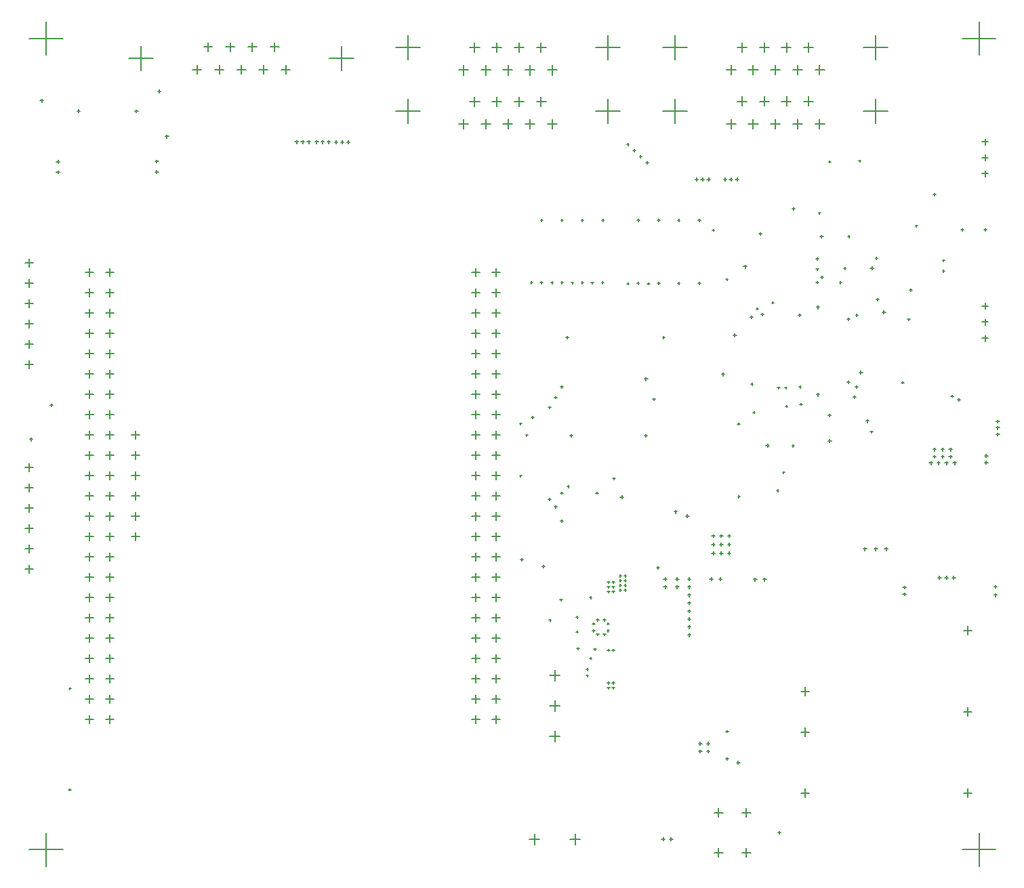
<source format=gbr>
%FSTAX23Y23*%
%MOIN*%
%SFA1B1*%

%IPPOS*%
%ADD94C,0.005000*%
%LNhardwarecontrollerpcb_drillmap_1-1*%
%LPD*%
G54D94*
X04746Y02816D02*
X04776D01*
X04761Y02801D02*
Y02831D01*
X04746Y02738D02*
X04776D01*
X04761Y02723D02*
Y02753D01*
X04746Y02659D02*
X04776D01*
X04761Y02644D02*
Y02674D01*
X04746Y03625D02*
X04776D01*
X04761Y0361D02*
Y0364D01*
X04746Y03547D02*
X04776D01*
X04761Y03532D02*
Y03562D01*
X04746Y03468D02*
X04776D01*
X04761Y03453D02*
Y03483D01*
X0416Y03775D02*
X0428D01*
X0422Y03715D02*
Y03835D01*
X0416Y0409D02*
X0428D01*
X0422Y0403D02*
Y0415D01*
X03176Y03775D02*
X03296D01*
X03236Y03715D02*
Y03835D01*
X03176Y0409D02*
X03296D01*
X03236Y0403D02*
Y0415D01*
X03868Y0409D02*
X03915D01*
X03892Y04067D02*
Y04114D01*
X03759Y0409D02*
X03806D01*
X03783Y04067D02*
Y04114D01*
X0365Y0409D02*
X03697D01*
X03674Y04067D02*
Y04114D01*
X03541Y0409D02*
X03588D01*
X03565Y04067D02*
Y04114D01*
X03923Y03978D02*
X0397D01*
X03946Y03955D02*
Y04002D01*
X03814Y03978D02*
X03861D01*
X03837Y03955D02*
Y04002D01*
X03705Y03978D02*
X03752D01*
X03728Y03955D02*
Y04002D01*
X03596Y03978D02*
X03643D01*
X03619Y03955D02*
Y04002D01*
X03487Y03978D02*
X03534D01*
X0351Y03955D02*
Y04002D01*
X03487Y03712D02*
X03534D01*
X0351Y03689D02*
Y03736D01*
X03596Y03712D02*
X03643D01*
X03619Y03689D02*
Y03736D01*
X03705Y03712D02*
X03752D01*
X03728Y03689D02*
Y03736D01*
X03814Y03712D02*
X03861D01*
X03837Y03689D02*
Y03736D01*
X03923Y03712D02*
X0397D01*
X03946Y03689D02*
Y03736D01*
X03541Y03824D02*
X03588D01*
X03565Y03801D02*
Y03848D01*
X0365Y03824D02*
X03697D01*
X03674Y03801D02*
Y03848D01*
X03759Y03824D02*
X03806D01*
X03783Y03801D02*
Y03848D01*
X03868Y03824D02*
X03915D01*
X03892Y03801D02*
Y03848D01*
X04655Y0042D02*
X04696D01*
X04675Y00399D02*
Y00441D01*
X04655Y0082D02*
X04696D01*
X04675Y00799D02*
Y00841D01*
X04655Y0122D02*
X04696D01*
X04675Y01199D02*
Y01241D01*
X03855Y0042D02*
X03896D01*
X03875Y00399D02*
Y00441D01*
X03855Y0072D02*
X03896D01*
X03875Y00699D02*
Y00741D01*
X03855Y0092D02*
X03896D01*
X03875Y00899D02*
Y00941D01*
X02235Y00781D02*
X02275D01*
X02255Y00761D02*
Y00801D01*
X02335Y00781D02*
X02375D01*
X02355Y00761D02*
Y00801D01*
X02235Y00881D02*
X02275D01*
X02255Y00861D02*
Y00901D01*
X02335Y00881D02*
X02375D01*
X02355Y00861D02*
Y00901D01*
X02235Y00981D02*
X02275D01*
X02255Y00961D02*
Y01001D01*
X02335Y00981D02*
X02375D01*
X02355Y00961D02*
Y01001D01*
X02235Y01081D02*
X02275D01*
X02255Y01061D02*
Y01101D01*
X02335Y01081D02*
X02375D01*
X02355Y01061D02*
Y01101D01*
X02235Y01181D02*
X02275D01*
X02255Y01161D02*
Y01201D01*
X02335Y01181D02*
X02375D01*
X02355Y01161D02*
Y01201D01*
X02235Y01281D02*
X02275D01*
X02255Y01261D02*
Y01301D01*
X02335Y01281D02*
X02375D01*
X02355Y01261D02*
Y01301D01*
X02235Y01381D02*
X02275D01*
X02255Y01361D02*
Y01401D01*
X02335Y01381D02*
X02375D01*
X02355Y01361D02*
Y01401D01*
X02235Y01481D02*
X02275D01*
X02255Y01461D02*
Y01501D01*
X02335Y01481D02*
X02375D01*
X02355Y01461D02*
Y01501D01*
X02235Y01581D02*
X02275D01*
X02255Y01561D02*
Y01601D01*
X02335Y01581D02*
X02375D01*
X02355Y01561D02*
Y01601D01*
X02235Y01681D02*
X02275D01*
X02255Y01661D02*
Y01701D01*
X02335Y01681D02*
X02375D01*
X02355Y01661D02*
Y01701D01*
X02235Y01781D02*
X02275D01*
X02255Y01761D02*
Y01801D01*
X02335Y01781D02*
X02375D01*
X02355Y01761D02*
Y01801D01*
X02235Y01881D02*
X02275D01*
X02255Y01861D02*
Y01901D01*
X02335Y01881D02*
X02375D01*
X02355Y01861D02*
Y01901D01*
X02235Y01981D02*
X02275D01*
X02255Y01961D02*
Y02001D01*
X02335Y01981D02*
X02375D01*
X02355Y01961D02*
Y02001D01*
X02235Y02081D02*
X02275D01*
X02255Y02061D02*
Y02101D01*
X02335Y02081D02*
X02375D01*
X02355Y02061D02*
Y02101D01*
X02235Y02181D02*
X02275D01*
X02255Y02161D02*
Y02201D01*
X02335Y02181D02*
X02375D01*
X02355Y02161D02*
Y02201D01*
X02235Y02281D02*
X02275D01*
X02255Y02261D02*
Y02301D01*
X02335Y02281D02*
X02375D01*
X02355Y02261D02*
Y02301D01*
X02235Y02381D02*
X02275D01*
X02255Y02361D02*
Y02401D01*
X02335Y02381D02*
X02375D01*
X02355Y02361D02*
Y02401D01*
X02235Y02481D02*
X02275D01*
X02255Y02461D02*
Y02501D01*
X02335Y02481D02*
X02375D01*
X02355Y02461D02*
Y02501D01*
X02235Y02581D02*
X02275D01*
X02255Y02561D02*
Y02601D01*
X02335Y02581D02*
X02375D01*
X02355Y02561D02*
Y02601D01*
X02235Y02681D02*
X02275D01*
X02255Y02661D02*
Y02701D01*
X02335Y02681D02*
X02375D01*
X02355Y02661D02*
Y02701D01*
X02235Y02781D02*
X02275D01*
X02255Y02761D02*
Y02801D01*
X02335Y02781D02*
X02375D01*
X02355Y02761D02*
Y02801D01*
X02235Y02881D02*
X02275D01*
X02255Y02861D02*
Y02901D01*
X02335Y02881D02*
X02375D01*
X02355Y02861D02*
Y02901D01*
X02235Y02981D02*
X02275D01*
X02255Y02961D02*
Y03001D01*
X02335Y02981D02*
X02375D01*
X02355Y02961D02*
Y03001D01*
X00335Y00781D02*
X00375D01*
X00355Y00761D02*
Y00801D01*
X00435Y00781D02*
X00475D01*
X00455Y00761D02*
Y00801D01*
X00335Y00881D02*
X00375D01*
X00355Y00861D02*
Y00901D01*
X00435Y00881D02*
X00475D01*
X00455Y00861D02*
Y00901D01*
X00335Y00981D02*
X00375D01*
X00355Y00961D02*
Y01001D01*
X00435Y00981D02*
X00475D01*
X00455Y00961D02*
Y01001D01*
X00335Y01081D02*
X00375D01*
X00355Y01061D02*
Y01101D01*
X00435Y01081D02*
X00475D01*
X00455Y01061D02*
Y01101D01*
X00335Y01181D02*
X00375D01*
X00355Y01161D02*
Y01201D01*
X00435Y01181D02*
X00475D01*
X00455Y01161D02*
Y01201D01*
X00335Y01281D02*
X00375D01*
X00355Y01261D02*
Y01301D01*
X00435Y01281D02*
X00475D01*
X00455Y01261D02*
Y01301D01*
X00335Y01381D02*
X00375D01*
X00355Y01361D02*
Y01401D01*
X00435Y01381D02*
X00475D01*
X00455Y01361D02*
Y01401D01*
X00335Y01481D02*
X00375D01*
X00355Y01461D02*
Y01501D01*
X00435Y01481D02*
X00475D01*
X00455Y01461D02*
Y01501D01*
X00335Y01581D02*
X00375D01*
X00355Y01561D02*
Y01601D01*
X00435Y01581D02*
X00475D01*
X00455Y01561D02*
Y01601D01*
X00335Y01681D02*
X00375D01*
X00355Y01661D02*
Y01701D01*
X00435Y01681D02*
X00475D01*
X00455Y01661D02*
Y01701D01*
X00335Y01781D02*
X00375D01*
X00355Y01761D02*
Y01801D01*
X00435Y01781D02*
X00475D01*
X00455Y01761D02*
Y01801D01*
X00335Y01881D02*
X00375D01*
X00355Y01861D02*
Y01901D01*
X00435Y01881D02*
X00475D01*
X00455Y01861D02*
Y01901D01*
X00335Y01981D02*
X00375D01*
X00355Y01961D02*
Y02001D01*
X00435Y01981D02*
X00475D01*
X00455Y01961D02*
Y02001D01*
X00335Y02081D02*
X00375D01*
X00355Y02061D02*
Y02101D01*
X00435Y02081D02*
X00475D01*
X00455Y02061D02*
Y02101D01*
X00335Y02181D02*
X00375D01*
X00355Y02161D02*
Y02201D01*
X00435Y02181D02*
X00475D01*
X00455Y02161D02*
Y02201D01*
X00335Y02281D02*
X00375D01*
X00355Y02261D02*
Y02301D01*
X00435Y02281D02*
X00475D01*
X00455Y02261D02*
Y02301D01*
X00335Y02381D02*
X00375D01*
X00355Y02361D02*
Y02401D01*
X00435Y02381D02*
X00475D01*
X00455Y02361D02*
Y02401D01*
X00335Y02481D02*
X00375D01*
X00355Y02461D02*
Y02501D01*
X00435Y02481D02*
X00475D01*
X00455Y02461D02*
Y02501D01*
X00335Y02581D02*
X00375D01*
X00355Y02561D02*
Y02601D01*
X00435Y02581D02*
X00475D01*
X00455Y02561D02*
Y02601D01*
X00335Y02681D02*
X00375D01*
X00355Y02661D02*
Y02701D01*
X00435Y02681D02*
X00475D01*
X00455Y02661D02*
Y02701D01*
X00335Y02781D02*
X00375D01*
X00355Y02761D02*
Y02801D01*
X00435Y02781D02*
X00475D01*
X00455Y02761D02*
Y02801D01*
X00335Y02881D02*
X00375D01*
X00355Y02861D02*
Y02901D01*
X00435Y02881D02*
X00475D01*
X00455Y02861D02*
Y02901D01*
X00335Y02981D02*
X00375D01*
X00355Y02961D02*
Y03001D01*
X00435Y02981D02*
X00475D01*
X00455Y02961D02*
Y03001D01*
X0056Y01681D02*
X006D01*
X0058Y01661D02*
Y01701D01*
X0056Y01781D02*
X006D01*
X0058Y01761D02*
Y01801D01*
X0056Y01881D02*
X006D01*
X0058Y01861D02*
Y01901D01*
X0056Y01981D02*
X006D01*
X0058Y01961D02*
Y02001D01*
X0056Y02081D02*
X006D01*
X0058Y02061D02*
Y02101D01*
X0056Y02181D02*
X006D01*
X0058Y02161D02*
Y02201D01*
X02517Y00192D02*
X02568D01*
X02543Y00167D02*
Y00218D01*
X02718Y00192D02*
X02769D01*
X02744Y00167D02*
Y00218D01*
X02618Y007D02*
X02669D01*
X02643Y00674D02*
Y00725D01*
X02618Y0085D02*
X02669D01*
X02643Y00824D02*
Y00875D01*
X02618Y01D02*
X02669D01*
X02643Y00974D02*
Y01025D01*
X00037Y02528D02*
X00077D01*
X00057Y02508D02*
Y02548D01*
X00037Y02628D02*
X00077D01*
X00057Y02608D02*
Y02648D01*
X00037Y02728D02*
X00077D01*
X00057Y02708D02*
Y02748D01*
X00037Y02828D02*
X00077D01*
X00057Y02808D02*
Y02848D01*
X00037Y02928D02*
X00077D01*
X00057Y02908D02*
Y02948D01*
X00037Y03028D02*
X00077D01*
X00057Y03008D02*
Y03048D01*
X00037Y02023D02*
X00077D01*
X00057Y02003D02*
Y02043D01*
X00037Y01923D02*
X00077D01*
X00057Y01903D02*
Y01943D01*
X00037Y01823D02*
X00077D01*
X00057Y01803D02*
Y01843D01*
X00037Y01623D02*
X00077D01*
X00057Y01603D02*
Y01643D01*
X00037Y01523D02*
X00077D01*
X00057Y01503D02*
Y01543D01*
X00037Y01723D02*
X00077D01*
X00057Y01703D02*
Y01743D01*
X03427Y00127D02*
X0347D01*
X03449Y00106D02*
Y00149D01*
X03565Y00127D02*
X03608D01*
X03586Y00106D02*
Y00149D01*
X03427Y00324D02*
X0347D01*
X03449Y00303D02*
Y00346D01*
X03565Y00324D02*
X03608D01*
X03586Y00303D02*
Y00346D01*
X02553Y03824D02*
X026D01*
X02576Y038D02*
Y03847D01*
X02444Y03824D02*
X02491D01*
X02467Y038D02*
Y03847D01*
X02335Y03824D02*
X02382D01*
X02358Y038D02*
Y03847D01*
X02226Y03824D02*
X02273D01*
X02249Y038D02*
Y03847D01*
X02607Y03712D02*
X02654D01*
X02631Y03688D02*
Y03735D01*
X02498Y03712D02*
X02545D01*
X02522Y03688D02*
Y03735D01*
X02389Y03712D02*
X02436D01*
X02413Y03688D02*
Y03735D01*
X0228Y03712D02*
X02327D01*
X02304Y03688D02*
Y03735D01*
X02171Y03712D02*
X02218D01*
X02195Y03688D02*
Y03735D01*
X02171Y03978D02*
X02218D01*
X02195Y03954D02*
Y04001D01*
X0228Y03978D02*
X02327D01*
X02304Y03954D02*
Y04001D01*
X02389Y03978D02*
X02436D01*
X02413Y03954D02*
Y04001D01*
X02498Y03978D02*
X02545D01*
X02522Y03954D02*
Y04001D01*
X02607Y03978D02*
X02654D01*
X02631Y03954D02*
Y04001D01*
X02226Y0409D02*
X02273D01*
X02249Y04066D02*
Y04113D01*
X02335Y0409D02*
X02382D01*
X02358Y04066D02*
Y04113D01*
X02444Y0409D02*
X02491D01*
X02467Y04066D02*
Y04113D01*
X02553Y0409D02*
X026D01*
X02576Y04066D02*
Y04113D01*
X01861Y0409D02*
X01981D01*
X01921Y0403D02*
Y0415D01*
X01861Y03775D02*
X01981D01*
X01921Y03715D02*
Y03835D01*
X02845Y0409D02*
X02965D01*
X02905Y0403D02*
Y0415D01*
X02845Y03775D02*
X02965D01*
X02905Y03715D02*
Y03835D01*
X00862Y03979D02*
X00905D01*
X00883Y03958D02*
Y04001D01*
X00971Y03979D02*
X01014D01*
X00993Y03958D02*
Y04001D01*
X0108Y03979D02*
X01123D01*
X01102Y03958D02*
Y04001D01*
X01189Y03979D02*
X01232D01*
X01211Y03958D02*
Y04001D01*
X01298Y03979D02*
X01341D01*
X0132Y03958D02*
Y04001D01*
X00917Y04091D02*
X00959D01*
X00938Y0407D02*
Y04113D01*
X01026Y04091D02*
X01068D01*
X01047Y0407D02*
Y04113D01*
X01135Y04091D02*
X01178D01*
X01156Y0407D02*
Y04113D01*
X01244Y04091D02*
X01287D01*
X01265Y0407D02*
Y04113D01*
X01534Y04035D02*
X01654D01*
X01594Y03975D02*
Y04095D01*
X00549Y04035D02*
X00669D01*
X00609Y03975D02*
Y04095D01*
X04647Y00141D02*
X04812D01*
X0473Y00059D02*
Y00224D01*
X04647Y04133D02*
X04812D01*
X0473Y04051D02*
Y04216D01*
X00059Y04133D02*
X00224D01*
X00141Y04051D02*
Y04216D01*
X00059Y00141D02*
X00224D01*
X00141Y00059D02*
Y00224D01*
X00061Y02161D02*
X00076D01*
X00068Y02153D02*
Y02169D01*
X03092Y03523D02*
X03104D01*
X03098Y03517D02*
Y03529D01*
X03061Y03553D02*
X03072D01*
X03066Y03547D02*
Y03559D01*
X03029Y03582D02*
X03041D01*
X03035Y03576D02*
Y03588D01*
X02998Y03612D02*
X03009D01*
X03003Y03606D02*
Y03618D01*
X02698Y02663D02*
X0271D01*
X02704Y02657D02*
Y02669D01*
X02848Y01201D02*
X0286D01*
X02854Y01195D02*
Y01207D01*
X02829Y0122D02*
X02841D01*
X02835Y01214D02*
Y01226D01*
X02848Y01272D02*
X0286D01*
X02854Y01266D02*
Y01278D01*
X02881Y01201D02*
X02893D01*
X02887Y01195D02*
Y01207D01*
X029Y0122D02*
X02912D01*
X02906Y01214D02*
Y01226D01*
X029Y01254D02*
X02912D01*
X02906Y01248D02*
Y0126D01*
X02881Y01272D02*
X02893D01*
X02887Y01266D02*
Y01278D01*
X02829Y01254D02*
X02841D01*
X02835Y01248D02*
Y0126D01*
X04265Y01622D02*
X04281D01*
X04273Y01614D02*
Y01629D01*
X04214Y01622D02*
X0423D01*
X04222Y01614D02*
Y01629D01*
X04161Y01622D02*
X04177D01*
X04169Y01614D02*
Y01629D01*
X02671Y01759D02*
X02683D01*
X02677Y01753D02*
Y01765D01*
X03047Y02929D02*
X03059D01*
X03053Y02923D02*
Y02935D01*
X03098Y02927D02*
X0311D01*
X03104Y02921D02*
Y02933D01*
X02998Y02927D02*
X03009D01*
X03003Y02921D02*
Y02933D01*
X02724Y02931D02*
X02736D01*
X0273Y02925D02*
Y02937D01*
X02822Y02931D02*
X02834D01*
X02828Y02925D02*
Y02937D01*
X00253Y00935D02*
X00265D01*
X00259Y00929D02*
Y0094D01*
X00251Y00437D02*
X00263D01*
X00257Y00431D02*
Y00442D01*
X03486Y00724D02*
X03498D01*
X03492Y00718D02*
Y0073D01*
X03537Y0057D02*
X03553D01*
X03545Y00562D02*
Y00578D01*
X00112Y03828D02*
X00127D01*
X0012Y0382D02*
Y03836D01*
X00161Y0233D02*
X00173D01*
X00167Y02324D02*
Y02336D01*
X04625Y02356D02*
X04637D01*
X04631Y0235D02*
Y02362D01*
X04592Y02374D02*
X04604D01*
X04598Y02368D02*
Y02379D01*
X03464Y02481D02*
X03479D01*
X03472Y02474D02*
Y02489D01*
X04196Y02198D02*
X04208D01*
X04202Y02192D02*
Y02204D01*
X04173Y02251D02*
X04188D01*
X04181Y02244D02*
Y02259D01*
X03543Y01879D02*
X03555D01*
X03549Y01874D02*
Y01885D01*
X03734Y01909D02*
X03746D01*
X0374Y01903D02*
Y01915D01*
X04111Y02369D02*
X04123D01*
X04117Y02363D02*
Y02375D01*
X04141Y0249D02*
X04157D01*
X04149Y02482D02*
Y02498D01*
X04755Y03192D02*
X04767D01*
X04761Y03187D02*
Y03198D01*
X04254Y02787D02*
X0427D01*
X04262Y02779D02*
Y02795D01*
X03763Y01998D02*
X03775D01*
X03769Y01992D02*
Y02003D01*
X03542Y02237D02*
X03554D01*
X03548Y02231D02*
Y02243D01*
X04122Y02419D02*
X04133D01*
X04127Y02413D02*
Y02425D01*
X04348Y0244D02*
X0436D01*
X04354Y02435D02*
Y02446D01*
X0247Y02238D02*
X02482D01*
X02476Y02232D02*
Y02244D01*
X025Y02181D02*
X02511D01*
X02505Y02175D02*
Y02187D01*
X02529Y02269D02*
X02541D01*
X02535Y02263D02*
Y02275D01*
X03521Y02673D02*
X03537D01*
X03529Y02665D02*
Y02681D01*
X02641Y02367D02*
X02653D01*
X02647Y02361D02*
Y02373D01*
X02641Y0183D02*
X02653D01*
X02647Y01824D02*
Y01836D01*
X02612Y02318D02*
X02624D01*
X02618Y02312D02*
Y02324D01*
X02612Y01866D02*
X02624D01*
X02618Y0186D02*
Y01872D01*
X02671Y02419D02*
X02683D01*
X02677Y02413D02*
Y02425D01*
X02582Y01535D02*
X02594D01*
X02588Y01529D02*
Y01541D01*
X02476Y0157D02*
X02488D01*
X02482Y01564D02*
Y01576D01*
X04602Y02045D02*
X04618D01*
X0461Y02037D02*
Y02053D01*
X04379Y02751D02*
X04391D01*
X04385Y02746D02*
Y02757D01*
X04226Y0285D02*
X04238D01*
X04232Y02844D02*
Y02856D01*
X04543Y02112D02*
X04559D01*
X04551Y02104D02*
Y0212D01*
X04503Y02112D02*
X04519D01*
X04511Y02104D02*
Y0212D01*
X0247Y01981D02*
X02482D01*
X02476Y01975D02*
Y01987D01*
X04389Y02895D02*
X04401D01*
X04395Y02889D02*
Y02901D01*
X04503Y02076D02*
X04519D01*
X04511Y02068D02*
Y02084D01*
X03149Y0293D02*
X0316D01*
X03155Y02924D02*
Y02936D01*
X03048Y03239D02*
X0306D01*
X03054Y03233D02*
Y03245D01*
X03148Y03239D02*
X0316D01*
X03154Y03233D02*
Y03245D01*
X04641Y03192D02*
X04653D01*
X04647Y03187D02*
Y03198D01*
X03607Y02432D02*
X03619D01*
X03613Y02426D02*
Y02438D01*
X04814Y02187D02*
X0483D01*
X04822Y02179D02*
Y02194D01*
X04814Y02218D02*
X0483D01*
X04822Y0221D02*
Y02226D01*
X04814Y0225D02*
X0483D01*
X04822Y02242D02*
Y02257D01*
X02704Y01929D02*
X02716D01*
X0271Y01923D02*
Y01935D01*
X03125Y02358D02*
X03137D01*
X03131Y02352D02*
Y02364D01*
X03777Y02324D02*
X03788D01*
X03783Y02318D02*
Y0233D01*
X03739Y02415D02*
X03751D01*
X03745Y02409D02*
Y0242D01*
X03775Y02415D02*
X03786D01*
X03781Y02409D02*
Y0242D01*
X02671Y01897D02*
X02683D01*
X02677Y01891D02*
Y01903D01*
X03658Y02776D02*
X0367D01*
X03664Y0277D02*
Y02781D01*
X03633Y02804D02*
X03645D01*
X03639Y02798D02*
Y0281D01*
X0371Y02834D02*
X03722D01*
X03716Y02828D02*
Y0284D01*
X03952Y0296D02*
X03963D01*
X03958Y02954D02*
Y02966D01*
X03928Y02934D02*
X0394D01*
X03934Y02928D02*
Y0294D01*
X0422Y03052D02*
X04231D01*
X04225Y03046D02*
Y03058D01*
X0455Y03041D02*
X04562D01*
X04556Y03035D02*
Y03046D01*
X0455Y02989D02*
X04562D01*
X04556Y02983D02*
Y02995D01*
X04527Y0148D02*
X04543D01*
X04535Y01472D02*
Y01488D01*
X04598Y0148D02*
X04614D01*
X04606Y01472D02*
Y01488D01*
X04562Y0148D02*
X04578D01*
X0457Y01472D02*
Y01488D01*
X03348Y02929D02*
X0336D01*
X03354Y02923D02*
Y02935D01*
X03248Y02929D02*
X03259D01*
X03253Y02923D02*
Y02935D01*
X03173Y02663D02*
X03185D01*
X03179Y02657D02*
Y02669D01*
X02873Y02932D02*
X02885D01*
X02879Y02926D02*
Y02938D01*
X02773Y02932D02*
X02785D01*
X02779Y02926D02*
Y02938D01*
X02673Y02932D02*
X02684D01*
X02678Y02926D02*
Y02938D01*
X02572Y02932D02*
X02584D01*
X02578Y02926D02*
Y02938D01*
X02624Y02932D02*
X02636D01*
X0263Y02926D02*
Y02938D01*
X02523Y02932D02*
X02535D01*
X02529Y02926D02*
Y02938D01*
X03605Y02763D02*
X03617D01*
X03611Y02757D02*
Y02769D01*
X03842Y02773D02*
X03854D01*
X03848Y02767D02*
Y02778D01*
X04082Y02753D02*
X04094D01*
X04088Y02747D02*
Y02759D01*
X0393Y02812D02*
X03946D01*
X03938Y02804D02*
Y0282D01*
X04082Y02442D02*
X04094D01*
X04088Y02436D02*
Y02448D01*
X0393Y02381D02*
X03946D01*
X03938Y02373D02*
Y02389D01*
X03844Y0242D02*
X03856D01*
X0385Y02414D02*
Y02426D01*
X03617Y02294D02*
X03629D01*
X03623Y02288D02*
Y023D01*
X0381Y0213D02*
X03822D01*
X03816Y02124D02*
Y02136D01*
X03682Y0213D02*
X03698D01*
X0369Y02122D02*
Y02138D01*
X03987Y02153D02*
X04003D01*
X03995Y02145D02*
Y02161D01*
X03849Y02334D02*
X03861D01*
X03855Y02328D02*
Y0234D01*
X03989Y02279D02*
X04001D01*
X03995Y02273D02*
Y02285D01*
X0394Y03275D02*
X03952D01*
X03946Y03269D02*
Y0328D01*
X04505Y03365D02*
X04517D01*
X04511Y03359D02*
Y03371D01*
X04417Y03212D02*
X04428D01*
X04422Y03206D02*
Y03217D01*
X04064Y03003D02*
X04076D01*
X0407Y02997D02*
Y03009D01*
X04043Y02932D02*
X04054D01*
X04048Y02926D02*
Y02938D01*
X04196Y03003D02*
X04212D01*
X04204Y02995D02*
Y03011D01*
X03948Y03158D02*
X03964D01*
X03956Y03151D02*
Y03166D01*
X04084Y03159D02*
X04096D01*
X0409Y03153D02*
Y03165D01*
X04137Y03531D02*
X04149D01*
X04143Y03525D02*
Y03537D01*
X0399Y03527D02*
X04001D01*
X03996Y03521D02*
Y03533D01*
X03928Y02998D02*
X0394D01*
X03934Y02992D02*
Y03004D01*
X03928Y03049D02*
X0394D01*
X03934Y03043D02*
Y03055D01*
X03484Y02948D02*
X03496D01*
X0349Y02942D02*
Y02954D01*
X03572Y03012D02*
X03588D01*
X0358Y03004D02*
Y0302D01*
X03812Y03295D02*
X03824D01*
X03818Y03289D02*
Y03301D01*
X03417Y0319D02*
X03429D01*
X03423Y03185D02*
Y03196D01*
X03649Y03173D02*
X03661D01*
X03655Y03167D02*
Y03179D01*
X03333Y0344D02*
X03349D01*
X03341Y03433D02*
Y03448D01*
X03392Y0344D02*
X03408D01*
X034Y03433D02*
Y03448D01*
X03473Y0344D02*
X03488D01*
X03481Y03433D02*
Y03448D01*
X03502Y0344D02*
X03518D01*
X0351Y03433D02*
Y03448D01*
X03532Y0344D02*
X03547D01*
X0354Y03433D02*
Y03448D01*
X03362Y0344D02*
X03378D01*
X0337Y03433D02*
Y03448D01*
X03086Y02179D02*
X03098D01*
X03092Y02173D02*
Y02185D01*
X03084Y02458D02*
X031D01*
X03092Y0245D02*
Y02466D01*
X02718Y02179D02*
X0273D01*
X02724Y02173D02*
Y02185D01*
X02966Y01877D02*
X02982D01*
X02974Y0187D02*
Y01885D01*
X02929Y01968D02*
X0294D01*
X02935Y01962D02*
Y01974D01*
X02846Y01897D02*
X02858D01*
X02852Y01891D02*
Y01903D01*
X04124Y02773D02*
X04135D01*
X04129Y02767D02*
Y02779D01*
X04582Y02112D02*
X04598D01*
X0459Y02104D02*
Y0212D01*
X04582Y02076D02*
X04598D01*
X0459Y02068D02*
Y02084D01*
X04543Y02076D02*
X04559D01*
X04551Y02068D02*
Y02084D01*
X04486Y02045D02*
X04501D01*
X04494Y02037D02*
Y02053D01*
X04523Y02045D02*
X04539D01*
X04531Y02037D02*
Y02053D01*
X04562Y02045D02*
X04578D01*
X0457Y02037D02*
Y02053D01*
X04757Y02047D02*
X04773D01*
X04765Y02039D02*
Y02055D01*
X04757Y0208D02*
X04773D01*
X04765Y02072D02*
Y02088D01*
X04356Y01399D02*
X04372D01*
X04364Y01391D02*
Y01407D01*
X04356Y01433D02*
X04372D01*
X04364Y01425D02*
Y0144D01*
X04803Y01437D02*
X04818D01*
X04811Y01429D02*
Y01444D01*
X04803Y01395D02*
X04818D01*
X04811Y01387D02*
Y01403D01*
X03248Y0324D02*
X03259D01*
X03253Y03234D02*
Y03246D01*
X01561Y03624D02*
X01576D01*
X01568Y03616D02*
Y03631D01*
X0162Y03624D02*
X01635D01*
X01627Y03616D02*
Y03631D01*
X0159Y03624D02*
X01606D01*
X01598Y03616D02*
Y03631D01*
X01395Y03625D02*
X01411D01*
X01403Y03617D02*
Y03632D01*
X01523Y03625D02*
X01539D01*
X01531Y03617D02*
Y03632D01*
X01494Y03625D02*
X01509D01*
X01501Y03617D02*
Y03632D01*
X01464Y03625D02*
X0148D01*
X01472Y03617D02*
Y03632D01*
X01425Y03625D02*
X0144D01*
X01433Y03617D02*
Y03632D01*
X01366Y03625D02*
X01381D01*
X01374Y03617D02*
Y03632D01*
X0323Y01805D02*
X03246D01*
X03238Y01797D02*
Y01812D01*
X03287Y01783D02*
X03303D01*
X03295Y01775D02*
Y01791D01*
X03143Y01529D02*
X03159D01*
X03151Y01521D02*
Y01537D01*
X03454Y01643D02*
X0347D01*
X03462Y01635D02*
Y01651D01*
X03494Y016D02*
X03509D01*
X03501Y01592D02*
Y01608D01*
X03494Y01643D02*
X03509D01*
X03501Y01635D02*
Y01651D01*
X03494Y01687D02*
X03509D01*
X03501Y01679D02*
Y01694D01*
X03454Y016D02*
X0347D01*
X03462Y01592D02*
Y01608D01*
X03454Y01687D02*
X0347D01*
X03462Y01679D02*
Y01694D01*
X03415Y01687D02*
X03431D01*
X03423Y01679D02*
Y01694D01*
X03415Y01643D02*
X03431D01*
X03423Y01635D02*
Y01651D01*
X03415Y016D02*
X03431D01*
X03423Y01592D02*
Y01608D01*
X00728Y03652D02*
X00744D01*
X00736Y03644D02*
Y03659D01*
X02573Y03239D02*
X02584D01*
X02578Y03233D02*
Y03245D01*
X02673Y03239D02*
X02685D01*
X02679Y03233D02*
Y03245D01*
X02773Y03239D02*
X02785D01*
X02779Y03233D02*
Y03245D01*
X02874Y03239D02*
X02886D01*
X0288Y03233D02*
Y03245D01*
X03348Y0324D02*
X0336D01*
X03354Y03234D02*
Y03246D01*
X00192Y03527D02*
X00208D01*
X002Y03519D02*
Y03535D01*
X00192Y03476D02*
X00208D01*
X002Y03468D02*
Y03484D01*
X00293Y03777D02*
X00309D01*
X00301Y03769D02*
Y03785D01*
X0069Y03874D02*
X00706D01*
X00698Y03866D02*
Y03881D01*
X00578Y03777D02*
X00593D01*
X00586Y03769D02*
Y03784D01*
X00678Y03529D02*
X00694D01*
X00686Y03521D02*
Y03536D01*
X00678Y03477D02*
X00694D01*
X00686Y03469D02*
Y03485D01*
X03486Y0059D02*
X03498D01*
X03492Y00584D02*
Y00596D01*
X02748Y01214D02*
X02759D01*
X02753Y01208D02*
Y0122D01*
X0374Y00226D02*
X03755D01*
X03748Y00218D02*
Y00234D01*
X03208Y00194D02*
X03224D01*
X03216Y00187D02*
Y00202D01*
X03169Y00194D02*
X03185D01*
X03177Y00187D02*
Y00202D01*
X03351Y00626D02*
X03367D01*
X03359Y00618D02*
Y00634D01*
X0339Y00626D02*
X03406D01*
X03398Y00618D02*
Y00634D01*
X03405Y01474D02*
X03421D01*
X03413Y01466D02*
Y01482D01*
X0345Y01474D02*
X03466D01*
X03458Y01466D02*
Y01482D01*
X03622Y01472D02*
X03637D01*
X03629Y01464D02*
Y0148D01*
X03667Y01472D02*
X03683D01*
X03675Y01464D02*
Y0148D01*
X0339Y00664D02*
X03406D01*
X03398Y00656D02*
Y00671D01*
X03351Y00664D02*
X03367D01*
X03359Y00656D02*
Y00671D01*
X02835Y01128D02*
X02847D01*
X02841Y01122D02*
Y01134D01*
X0296Y01419D02*
X02972D01*
X02966Y01413D02*
Y01425D01*
X0296Y01466D02*
X02972D01*
X02966Y0146D02*
Y01472D01*
X0296Y01442D02*
X02972D01*
X02966Y01437D02*
Y01448D01*
X0296Y0149D02*
X02972D01*
X02966Y01484D02*
Y01496D01*
X02984Y01419D02*
X02996D01*
X0299Y01413D02*
Y01425D01*
X02984Y0149D02*
X02996D01*
X0299Y01484D02*
Y01496D01*
X02984Y01442D02*
X02996D01*
X0299Y01437D02*
Y01448D01*
X02984Y01466D02*
X02996D01*
X0299Y0146D02*
Y01472D01*
X03179Y01435D02*
X03194D01*
X03187Y01427D02*
Y01442D01*
X03179Y01474D02*
X03194D01*
X03187Y01466D02*
Y01482D01*
X03238Y01435D02*
X03253D01*
X03246Y01427D02*
Y01442D01*
X03238Y01474D02*
X03253D01*
X03246Y01466D02*
Y01482D01*
X03297Y01198D02*
X03312D01*
X03305Y0119D02*
Y01206D01*
X03297Y01238D02*
X03312D01*
X03305Y0123D02*
Y01246D01*
X03297Y01277D02*
X03312D01*
X03305Y01269D02*
Y01285D01*
X03297Y01316D02*
X03312D01*
X03305Y01309D02*
Y01324D01*
X03297Y01356D02*
X03312D01*
X03305Y01348D02*
Y01364D01*
X03297Y01395D02*
X03312D01*
X03305Y01387D02*
Y01403D01*
X03297Y01435D02*
X03312D01*
X03305Y01427D02*
Y01442D01*
X03297Y01474D02*
X03312D01*
X03305Y01466D02*
Y01482D01*
X02901Y00962D02*
X02913D01*
X02907Y00956D02*
Y00968D01*
X02925Y00938D02*
X02937D01*
X02931Y00933D02*
Y00944D01*
X02901Y00938D02*
X02913D01*
X02907Y00933D02*
Y00944D01*
X02925Y00962D02*
X02937D01*
X02931Y00956D02*
Y00968D01*
X02925Y01124D02*
X02937D01*
X02931Y01118D02*
Y01129D01*
X02901Y01124D02*
X02913D01*
X02907Y01118D02*
Y01129D01*
X02925Y01458D02*
X02937D01*
X02931Y01452D02*
Y01464D01*
X02901Y01458D02*
X02913D01*
X02907Y01452D02*
Y01464D01*
X02901Y01435D02*
X02913D01*
X02907Y01429D02*
Y0144D01*
X02925Y01435D02*
X02937D01*
X02931Y01429D02*
Y0144D01*
X02925Y01411D02*
X02937D01*
X02931Y01405D02*
Y01417D01*
X02901Y01411D02*
X02913D01*
X02907Y01405D02*
Y01417D01*
X02814Y01383D02*
X02826D01*
X0282Y01377D02*
Y01389D01*
X02669Y01372D02*
X02681D01*
X02675Y01366D02*
Y01377D01*
X02614Y01271D02*
X02625D01*
X0262Y01265D02*
Y01277D01*
X02748Y01285D02*
X02759D01*
X02753Y01279D02*
Y01291D01*
X02751Y01131D02*
X02763D01*
X02757Y01125D02*
Y01137D01*
X02797Y00998D02*
X02809D01*
X02803Y00992D02*
Y01003D01*
X02797Y01029D02*
X02809D01*
X02803Y01023D02*
Y01035D01*
X02814Y01084D02*
X02826D01*
X0282Y01078D02*
Y0109D01*
M02*
</source>
